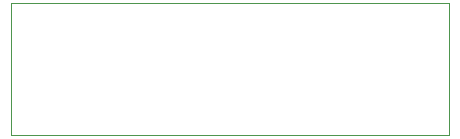
<source format=gbr>
%TF.GenerationSoftware,KiCad,Pcbnew,5.1.9-1.fc32*%
%TF.CreationDate,2021-02-20T11:42:22+01:00*%
%TF.ProjectId,rgb_led_strip_amp,7267625f-6c65-4645-9f73-747269705f61,rev?*%
%TF.SameCoordinates,Original*%
%TF.FileFunction,Profile,NP*%
%FSLAX46Y46*%
G04 Gerber Fmt 4.6, Leading zero omitted, Abs format (unit mm)*
G04 Created by KiCad (PCBNEW 5.1.9-1.fc32) date 2021-02-20 11:42:22*
%MOMM*%
%LPD*%
G01*
G04 APERTURE LIST*
%TA.AperFunction,Profile*%
%ADD10C,0.050000*%
%TD*%
G04 APERTURE END LIST*
D10*
X186944000Y-127762000D02*
X149860000Y-127762000D01*
X186944000Y-138938000D02*
X186944000Y-127762000D01*
X149860000Y-138938000D02*
X186944000Y-138938000D01*
X149860000Y-127762000D02*
X149860000Y-138938000D01*
M02*

</source>
